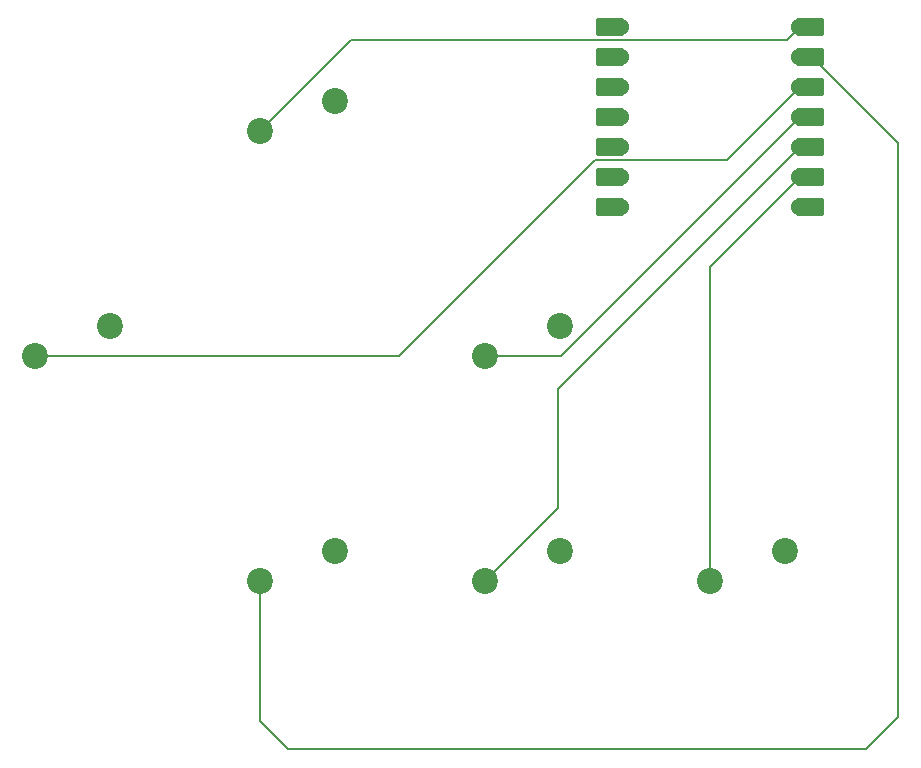
<source format=gbr>
%TF.GenerationSoftware,KiCad,Pcbnew,8.0.5*%
%TF.CreationDate,2025-02-18T21:33:54-07:00*%
%TF.ProjectId,nespad,6e657370-6164-42e6-9b69-6361645f7063,rev?*%
%TF.SameCoordinates,Original*%
%TF.FileFunction,Copper,L2,Bot*%
%TF.FilePolarity,Positive*%
%FSLAX46Y46*%
G04 Gerber Fmt 4.6, Leading zero omitted, Abs format (unit mm)*
G04 Created by KiCad (PCBNEW 8.0.5) date 2025-02-18 21:33:54*
%MOMM*%
%LPD*%
G01*
G04 APERTURE LIST*
G04 Aperture macros list*
%AMRoundRect*
0 Rectangle with rounded corners*
0 $1 Rounding radius*
0 $2 $3 $4 $5 $6 $7 $8 $9 X,Y pos of 4 corners*
0 Add a 4 corners polygon primitive as box body*
4,1,4,$2,$3,$4,$5,$6,$7,$8,$9,$2,$3,0*
0 Add four circle primitives for the rounded corners*
1,1,$1+$1,$2,$3*
1,1,$1+$1,$4,$5*
1,1,$1+$1,$6,$7*
1,1,$1+$1,$8,$9*
0 Add four rect primitives between the rounded corners*
20,1,$1+$1,$2,$3,$4,$5,0*
20,1,$1+$1,$4,$5,$6,$7,0*
20,1,$1+$1,$6,$7,$8,$9,0*
20,1,$1+$1,$8,$9,$2,$3,0*%
G04 Aperture macros list end*
%TA.AperFunction,ComponentPad*%
%ADD10C,2.200000*%
%TD*%
%TA.AperFunction,SMDPad,CuDef*%
%ADD11RoundRect,0.152400X-1.063600X-0.609600X1.063600X-0.609600X1.063600X0.609600X-1.063600X0.609600X0*%
%TD*%
%TA.AperFunction,ComponentPad*%
%ADD12C,1.524000*%
%TD*%
%TA.AperFunction,SMDPad,CuDef*%
%ADD13RoundRect,0.152400X1.063600X0.609600X-1.063600X0.609600X-1.063600X-0.609600X1.063600X-0.609600X0*%
%TD*%
%TA.AperFunction,Conductor*%
%ADD14C,0.200000*%
%TD*%
G04 APERTURE END LIST*
D10*
%TO.P,SW4,1,1*%
%TO.N,GND*%
X138730000Y-94130000D03*
%TO.P,SW4,2,2*%
%TO.N,Net-(U1-GPIO29{slash}ADC3{slash}A3)*%
X132380000Y-96670000D03*
%TD*%
%TO.P,SW2,1,1*%
%TO.N,GND*%
X119680000Y-113180000D03*
%TO.P,SW2,2,2*%
%TO.N,Net-(U1-GPIO27{slash}ADC1{slash}A1)*%
X113330000Y-115720000D03*
%TD*%
%TO.P,SW1,1,1*%
%TO.N,GND*%
X119680000Y-75080000D03*
%TO.P,SW1,2,2*%
%TO.N,Net-(U1-GPIO26{slash}ADC0{slash}A0)*%
X113330000Y-77620000D03*
%TD*%
%TO.P,SW5,1,1*%
%TO.N,GND*%
X138730000Y-113180000D03*
%TO.P,SW5,2,2*%
%TO.N,Net-(U1-GPIO6{slash}SDA)*%
X132380000Y-115720000D03*
%TD*%
%TO.P,SW6,1,1*%
%TO.N,GND*%
X157780000Y-113180000D03*
%TO.P,SW6,2,2*%
%TO.N,Net-(U1-GPIO7{slash}SCL)*%
X151430000Y-115720000D03*
%TD*%
%TO.P,SW3,1,1*%
%TO.N,GND*%
X100630000Y-94130000D03*
%TO.P,SW3,2,2*%
%TO.N,Net-(U1-GPIO28{slash}ADC2{slash}A2)*%
X94280000Y-96670000D03*
%TD*%
D11*
%TO.P,U1,1,GPIO26/ADC0/A0*%
%TO.N,Net-(U1-GPIO26{slash}ADC0{slash}A0)*%
X159870000Y-68858500D03*
D12*
X159035000Y-68858500D03*
D11*
%TO.P,U1,2,GPIO27/ADC1/A1*%
%TO.N,Net-(U1-GPIO27{slash}ADC1{slash}A1)*%
X159870000Y-71398500D03*
D12*
X159035000Y-71398500D03*
D11*
%TO.P,U1,3,GPIO28/ADC2/A2*%
%TO.N,Net-(U1-GPIO28{slash}ADC2{slash}A2)*%
X159870000Y-73938500D03*
D12*
X159035000Y-73938500D03*
D11*
%TO.P,U1,4,GPIO29/ADC3/A3*%
%TO.N,Net-(U1-GPIO29{slash}ADC3{slash}A3)*%
X159870000Y-76478500D03*
D12*
X159035000Y-76478500D03*
D11*
%TO.P,U1,5,GPIO6/SDA*%
%TO.N,Net-(U1-GPIO6{slash}SDA)*%
X159870000Y-79018500D03*
D12*
X159035000Y-79018500D03*
D11*
%TO.P,U1,6,GPIO7/SCL*%
%TO.N,Net-(U1-GPIO7{slash}SCL)*%
X159870000Y-81558500D03*
D12*
X159035000Y-81558500D03*
D11*
%TO.P,U1,7,GPIO0/TX*%
%TO.N,unconnected-(U1-GPIO0{slash}TX-Pad7)*%
X159870000Y-84098500D03*
D12*
X159035000Y-84098500D03*
%TO.P,U1,8,GPIO1/RX*%
%TO.N,unconnected-(U1-GPIO1{slash}RX-Pad8)*%
X143795000Y-84098500D03*
D13*
X142960000Y-84098500D03*
D12*
%TO.P,U1,9,GPIO2/SCK*%
%TO.N,unconnected-(U1-GPIO2{slash}SCK-Pad9)*%
X143795000Y-81558500D03*
D13*
X142960000Y-81558500D03*
D12*
%TO.P,U1,10,GPIO4/MISO*%
%TO.N,unconnected-(U1-GPIO4{slash}MISO-Pad10)*%
X143795000Y-79018500D03*
D13*
X142960000Y-79018500D03*
D12*
%TO.P,U1,11,GPIO3/MOSI*%
%TO.N,unconnected-(U1-GPIO3{slash}MOSI-Pad11)*%
X143795000Y-76478500D03*
D13*
X142960000Y-76478500D03*
D12*
%TO.P,U1,12,3V3*%
%TO.N,unconnected-(U1-3V3-Pad12)*%
X143795000Y-73938500D03*
D13*
X142960000Y-73938500D03*
D12*
%TO.P,U1,13,GND*%
%TO.N,GND*%
X143795000Y-71398500D03*
D13*
X142960000Y-71398500D03*
D12*
%TO.P,U1,14,VBUS*%
%TO.N,unconnected-(U1-VBUS-Pad14)*%
X143795000Y-68858500D03*
D13*
X142960000Y-68858500D03*
%TD*%
D14*
%TO.N,Net-(U1-GPIO26{slash}ADC0{slash}A0)*%
X121029500Y-69920500D02*
X157973000Y-69920500D01*
X113330000Y-77620000D02*
X121029500Y-69920500D01*
X157973000Y-69920500D02*
X159035000Y-68858500D01*
%TO.N,Net-(U1-GPIO27{slash}ADC1{slash}A1)*%
X113330000Y-127575000D02*
X115690000Y-129935000D01*
X164665000Y-129935000D02*
X167340000Y-127260000D01*
X113330000Y-115720000D02*
X113330000Y-127575000D01*
X167340000Y-127260000D02*
X167340000Y-78625870D01*
X160112630Y-71398500D02*
X159035000Y-71398500D01*
X167340000Y-78625870D02*
X160112630Y-71398500D01*
X115690000Y-129935000D02*
X164665000Y-129935000D01*
%TO.N,Net-(U1-GPIO28{slash}ADC2{slash}A2)*%
X141704786Y-80080500D02*
X152893000Y-80080500D01*
X152893000Y-80080500D02*
X159035000Y-73938500D01*
X125115286Y-96670000D02*
X141704786Y-80080500D01*
X94280000Y-96670000D02*
X125115286Y-96670000D01*
%TO.N,Net-(U1-GPIO29{slash}ADC3{slash}A3)*%
X138843500Y-96670000D02*
X159035000Y-76478500D01*
X132380000Y-96670000D02*
X138843500Y-96670000D01*
%TO.N,Net-(U1-GPIO6{slash}SDA)*%
X138540000Y-109560000D02*
X138540000Y-99513500D01*
X132380000Y-115720000D02*
X138540000Y-109560000D01*
X138540000Y-99513500D02*
X159035000Y-79018500D01*
%TO.N,Net-(U1-GPIO7{slash}SCL)*%
X151430000Y-115720000D02*
X151430000Y-89163500D01*
X151430000Y-89163500D02*
X159035000Y-81558500D01*
%TD*%
M02*

</source>
